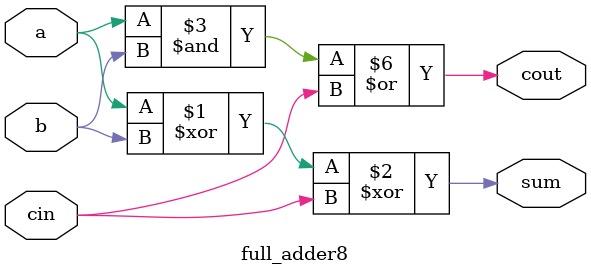
<source format=v>
module full_adder8(a,b,cin,sum,cout);
input a,b,cin;
output sum,cout;
assign sum = a^b^cin;
assign cout = a&b|cin&(1'b1|b); 
// initial begin
//     $display("The incorrect adder with or0 having in1/1");
// end   
endmodule
</source>
